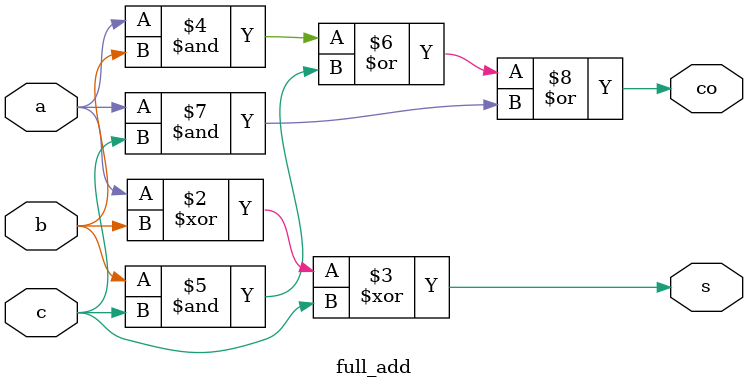
<source format=v>
module subtractor_4bit(d, bo, a, b, bin);
  input [3:0] a,b;
  input bin;
  output [3:0] d;
  output bo;
  wire [2:0] bi;

  full_add sub1(d[0], bi[0], a[0], ~b[0], 1);
  full_add sub2(d[1], bi[1], a[1], ~b[1], bi[0]);
  full_add sub3(d[2], bi[2], a[2], ~b[2], bi[1]);
  full_add sub4(d[3], bo, a[3], ~b[3], bi[2]);
endmodule

module full_add(s, co, a, b, c);
  input a,b,c;
  output s,co;

  always@(*)
    begin
      s = a^b^c;
      co = (a&b)|(b&c)|(a&c);
    end
endmodule

</source>
